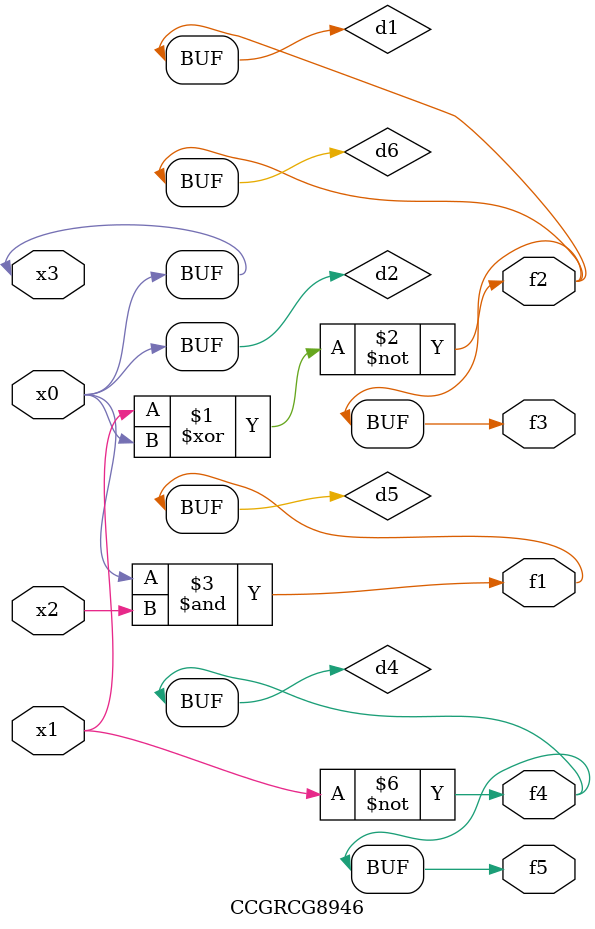
<source format=v>
module CCGRCG8946(
	input x0, x1, x2, x3,
	output f1, f2, f3, f4, f5
);

	wire d1, d2, d3, d4, d5, d6;

	xnor (d1, x1, x3);
	buf (d2, x0, x3);
	nand (d3, x0, x2);
	not (d4, x1);
	nand (d5, d3);
	or (d6, d1);
	assign f1 = d5;
	assign f2 = d6;
	assign f3 = d6;
	assign f4 = d4;
	assign f5 = d4;
endmodule

</source>
